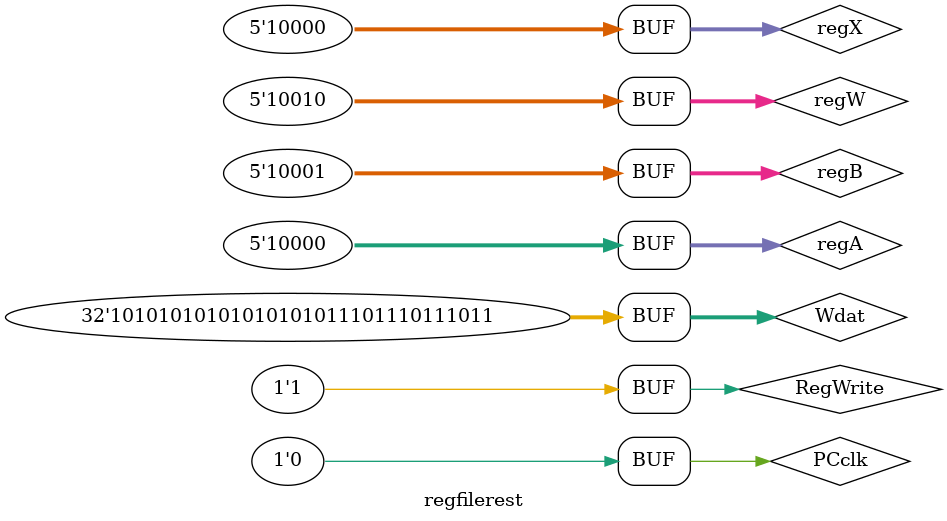
<source format=v>
`timescale 1ns / 1ps


module regfilerest;

	// Inputs
	reg PCclk;
	reg [4:0] regA;
	reg [4:0] regB;
	reg [4:0] regW;
	reg [31:0] Wdat;
	reg RegWrite;
	reg [4:0] regX;

	// Outputs
	wire [31:0] Adat;
	wire [31:0] Bdat;
	wire [31:0] Xdat;

	// Instantiate the Unit Under Test (UUT)
	RegFile uut (
		.PCclk(PCclk), 
		.regA(regA), 
		.regB(regB), 
		.regW(regW), 
		.Wdat(Wdat), 
		.Adat(Adat), 
		.Bdat(Bdat), 
		.RegWrite(RegWrite), 
		.regX(regX), 
		.Xdat(Xdat)
	);

	initial begin
		// Initialize Inputs
		PCclk = 0;
		regA = 0;
		regB = 0;
		regW = 0;
		Wdat = 0;
		RegWrite = 0;
		regX = 0;

		// Wait 100 ns for global reset to finish
		#100;
        
		// Add stimulus here
		regA = 5'b10000;
		regB = 5'b10001;
		regW = 5'b10010;
		Wdat = 32'hAAAABBBB;
		RegWrite = 1;
		regX = 5'b10000;
		#10;
		PCclk=1;
		#10;
		PCclk=0;
		

	end
      
endmodule


</source>
